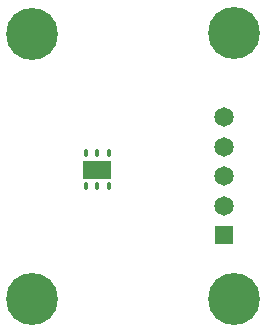
<source format=gts>
G04 #@! TF.GenerationSoftware,KiCad,Pcbnew,8.0.8*
G04 #@! TF.CreationDate,2025-04-14T11:12:42+01:00*
G04 #@! TF.ProjectId,Bat-mon_v1-Sensor Shield,4261742d-6d6f-46e5-9f76-312d53656e73,rev?*
G04 #@! TF.SameCoordinates,Original*
G04 #@! TF.FileFunction,Soldermask,Top*
G04 #@! TF.FilePolarity,Negative*
%FSLAX46Y46*%
G04 Gerber Fmt 4.6, Leading zero omitted, Abs format (unit mm)*
G04 Created by KiCad (PCBNEW 8.0.8) date 2025-04-14 11:12:42*
%MOMM*%
%LPD*%
G01*
G04 APERTURE LIST*
G04 Aperture macros list*
%AMRoundRect*
0 Rectangle with rounded corners*
0 $1 Rounding radius*
0 $2 $3 $4 $5 $6 $7 $8 $9 X,Y pos of 4 corners*
0 Add a 4 corners polygon primitive as box body*
4,1,4,$2,$3,$4,$5,$6,$7,$8,$9,$2,$3,0*
0 Add four circle primitives for the rounded corners*
1,1,$1+$1,$2,$3*
1,1,$1+$1,$4,$5*
1,1,$1+$1,$6,$7*
1,1,$1+$1,$8,$9*
0 Add four rect primitives between the rounded corners*
20,1,$1+$1,$2,$3,$4,$5,0*
20,1,$1+$1,$4,$5,$6,$7,0*
20,1,$1+$1,$6,$7,$8,$9,0*
20,1,$1+$1,$8,$9,$2,$3,0*%
G04 Aperture macros list end*
%ADD10C,0.700000*%
%ADD11C,4.400000*%
%ADD12RoundRect,0.100000X-0.100000X0.200000X-0.100000X-0.200000X0.100000X-0.200000X0.100000X0.200000X0*%
%ADD13R,2.400000X1.500000*%
%ADD14R,1.650000X1.650000*%
%ADD15C,1.650000*%
G04 APERTURE END LIST*
D10*
X74450000Y-68000000D03*
X74933274Y-66833274D03*
X74933274Y-69166726D03*
X76100000Y-66350000D03*
D11*
X76100000Y-68000000D03*
D10*
X76100000Y-69650000D03*
X77266726Y-66833274D03*
X77266726Y-69166726D03*
X77750000Y-68000000D03*
X91500000Y-68000000D03*
X91983274Y-66833274D03*
X91983274Y-69166726D03*
X93150000Y-66350000D03*
D11*
X93150000Y-68000000D03*
D10*
X93150000Y-69650000D03*
X94316726Y-66833274D03*
X94316726Y-69166726D03*
X94800000Y-68000000D03*
D12*
X82550000Y-55650000D03*
X81600000Y-55650000D03*
X80650000Y-55650000D03*
X80650000Y-58450000D03*
X81600000Y-58450000D03*
X82550000Y-58450000D03*
D13*
X81600000Y-57050000D03*
D10*
X74450000Y-45533274D03*
X74933274Y-44366548D03*
X74933274Y-46700000D03*
X76100000Y-43883274D03*
D11*
X76100000Y-45533274D03*
D10*
X76100000Y-47183274D03*
X77266726Y-44366548D03*
X77266726Y-46700000D03*
X77750000Y-45533274D03*
D14*
X92325000Y-62600000D03*
D15*
X92325000Y-60100000D03*
X92325000Y-57600000D03*
X92325000Y-55100000D03*
X92325000Y-52600000D03*
D10*
X91483274Y-45500000D03*
X91966548Y-44333274D03*
X91966548Y-46666726D03*
X93133274Y-43850000D03*
D11*
X93133274Y-45500000D03*
D10*
X93133274Y-47150000D03*
X94300000Y-44333274D03*
X94300000Y-46666726D03*
X94783274Y-45500000D03*
M02*

</source>
